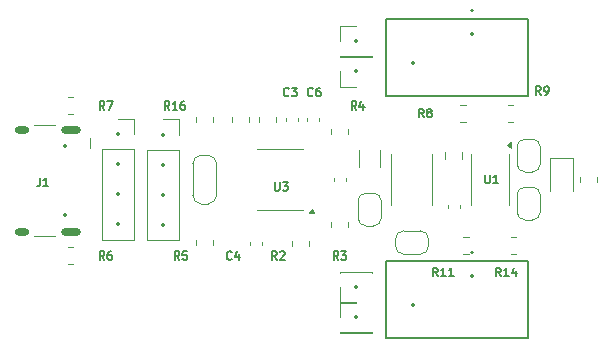
<source format=gto>
%TF.GenerationSoftware,KiCad,Pcbnew,8.0.6*%
%TF.CreationDate,2025-01-03T23:58:44+00:00*%
%TF.ProjectId,Mini_Ammete,4d696e69-5f41-46d6-9d65-74652e6b6963,rev?*%
%TF.SameCoordinates,Original*%
%TF.FileFunction,Legend,Top*%
%TF.FilePolarity,Positive*%
%FSLAX46Y46*%
G04 Gerber Fmt 4.6, Leading zero omitted, Abs format (unit mm)*
G04 Created by KiCad (PCBNEW 8.0.6) date 2025-01-03 23:58:44*
%MOMM*%
%LPD*%
G01*
G04 APERTURE LIST*
%ADD10C,0.150000*%
%ADD11C,0.120000*%
%ADD12C,0.200000*%
%ADD13C,0.127000*%
%ADD14C,0.350000*%
%ADD15O,1.700000X0.600000*%
%ADD16O,1.200000X0.600000*%
G04 APERTURE END LIST*
D10*
X113849999Y-70293033D02*
X113616666Y-69959700D01*
X113449999Y-70293033D02*
X113449999Y-69593033D01*
X113449999Y-69593033D02*
X113716666Y-69593033D01*
X113716666Y-69593033D02*
X113783333Y-69626366D01*
X113783333Y-69626366D02*
X113816666Y-69659700D01*
X113816666Y-69659700D02*
X113849999Y-69726366D01*
X113849999Y-69726366D02*
X113849999Y-69826366D01*
X113849999Y-69826366D02*
X113816666Y-69893033D01*
X113816666Y-69893033D02*
X113783333Y-69926366D01*
X113783333Y-69926366D02*
X113716666Y-69959700D01*
X113716666Y-69959700D02*
X113449999Y-69959700D01*
X114516666Y-70293033D02*
X114116666Y-70293033D01*
X114316666Y-70293033D02*
X114316666Y-69593033D01*
X114316666Y-69593033D02*
X114249999Y-69693033D01*
X114249999Y-69693033D02*
X114183333Y-69759700D01*
X114183333Y-69759700D02*
X114116666Y-69793033D01*
X115116666Y-69593033D02*
X114983333Y-69593033D01*
X114983333Y-69593033D02*
X114916666Y-69626366D01*
X114916666Y-69626366D02*
X114883333Y-69659700D01*
X114883333Y-69659700D02*
X114816666Y-69759700D01*
X114816666Y-69759700D02*
X114783333Y-69893033D01*
X114783333Y-69893033D02*
X114783333Y-70159700D01*
X114783333Y-70159700D02*
X114816666Y-70226366D01*
X114816666Y-70226366D02*
X114850000Y-70259700D01*
X114850000Y-70259700D02*
X114916666Y-70293033D01*
X114916666Y-70293033D02*
X115050000Y-70293033D01*
X115050000Y-70293033D02*
X115116666Y-70259700D01*
X115116666Y-70259700D02*
X115150000Y-70226366D01*
X115150000Y-70226366D02*
X115183333Y-70159700D01*
X115183333Y-70159700D02*
X115183333Y-69993033D01*
X115183333Y-69993033D02*
X115150000Y-69926366D01*
X115150000Y-69926366D02*
X115116666Y-69893033D01*
X115116666Y-69893033D02*
X115050000Y-69859700D01*
X115050000Y-69859700D02*
X114916666Y-69859700D01*
X114916666Y-69859700D02*
X114850000Y-69893033D01*
X114850000Y-69893033D02*
X114816666Y-69926366D01*
X114816666Y-69926366D02*
X114783333Y-69993033D01*
X125994333Y-69083366D02*
X125961000Y-69116700D01*
X125961000Y-69116700D02*
X125861000Y-69150033D01*
X125861000Y-69150033D02*
X125794333Y-69150033D01*
X125794333Y-69150033D02*
X125694333Y-69116700D01*
X125694333Y-69116700D02*
X125627667Y-69050033D01*
X125627667Y-69050033D02*
X125594333Y-68983366D01*
X125594333Y-68983366D02*
X125561000Y-68850033D01*
X125561000Y-68850033D02*
X125561000Y-68750033D01*
X125561000Y-68750033D02*
X125594333Y-68616700D01*
X125594333Y-68616700D02*
X125627667Y-68550033D01*
X125627667Y-68550033D02*
X125694333Y-68483366D01*
X125694333Y-68483366D02*
X125794333Y-68450033D01*
X125794333Y-68450033D02*
X125861000Y-68450033D01*
X125861000Y-68450033D02*
X125961000Y-68483366D01*
X125961000Y-68483366D02*
X125994333Y-68516700D01*
X126594333Y-68450033D02*
X126461000Y-68450033D01*
X126461000Y-68450033D02*
X126394333Y-68483366D01*
X126394333Y-68483366D02*
X126361000Y-68516700D01*
X126361000Y-68516700D02*
X126294333Y-68616700D01*
X126294333Y-68616700D02*
X126261000Y-68750033D01*
X126261000Y-68750033D02*
X126261000Y-69016700D01*
X126261000Y-69016700D02*
X126294333Y-69083366D01*
X126294333Y-69083366D02*
X126327667Y-69116700D01*
X126327667Y-69116700D02*
X126394333Y-69150033D01*
X126394333Y-69150033D02*
X126527667Y-69150033D01*
X126527667Y-69150033D02*
X126594333Y-69116700D01*
X126594333Y-69116700D02*
X126627667Y-69083366D01*
X126627667Y-69083366D02*
X126661000Y-69016700D01*
X126661000Y-69016700D02*
X126661000Y-68850033D01*
X126661000Y-68850033D02*
X126627667Y-68783366D01*
X126627667Y-68783366D02*
X126594333Y-68750033D01*
X126594333Y-68750033D02*
X126527667Y-68716700D01*
X126527667Y-68716700D02*
X126394333Y-68716700D01*
X126394333Y-68716700D02*
X126327667Y-68750033D01*
X126327667Y-68750033D02*
X126294333Y-68783366D01*
X126294333Y-68783366D02*
X126261000Y-68850033D01*
X108341333Y-82993033D02*
X108108000Y-82659700D01*
X107941333Y-82993033D02*
X107941333Y-82293033D01*
X107941333Y-82293033D02*
X108208000Y-82293033D01*
X108208000Y-82293033D02*
X108274667Y-82326366D01*
X108274667Y-82326366D02*
X108308000Y-82359700D01*
X108308000Y-82359700D02*
X108341333Y-82426366D01*
X108341333Y-82426366D02*
X108341333Y-82526366D01*
X108341333Y-82526366D02*
X108308000Y-82593033D01*
X108308000Y-82593033D02*
X108274667Y-82626366D01*
X108274667Y-82626366D02*
X108208000Y-82659700D01*
X108208000Y-82659700D02*
X107941333Y-82659700D01*
X108941333Y-82293033D02*
X108808000Y-82293033D01*
X108808000Y-82293033D02*
X108741333Y-82326366D01*
X108741333Y-82326366D02*
X108708000Y-82359700D01*
X108708000Y-82359700D02*
X108641333Y-82459700D01*
X108641333Y-82459700D02*
X108608000Y-82593033D01*
X108608000Y-82593033D02*
X108608000Y-82859700D01*
X108608000Y-82859700D02*
X108641333Y-82926366D01*
X108641333Y-82926366D02*
X108674667Y-82959700D01*
X108674667Y-82959700D02*
X108741333Y-82993033D01*
X108741333Y-82993033D02*
X108874667Y-82993033D01*
X108874667Y-82993033D02*
X108941333Y-82959700D01*
X108941333Y-82959700D02*
X108974667Y-82926366D01*
X108974667Y-82926366D02*
X109008000Y-82859700D01*
X109008000Y-82859700D02*
X109008000Y-82693033D01*
X109008000Y-82693033D02*
X108974667Y-82626366D01*
X108974667Y-82626366D02*
X108941333Y-82593033D01*
X108941333Y-82593033D02*
X108874667Y-82559700D01*
X108874667Y-82559700D02*
X108741333Y-82559700D01*
X108741333Y-82559700D02*
X108674667Y-82593033D01*
X108674667Y-82593033D02*
X108641333Y-82626366D01*
X108641333Y-82626366D02*
X108608000Y-82693033D01*
X141916999Y-84390033D02*
X141683666Y-84056700D01*
X141516999Y-84390033D02*
X141516999Y-83690033D01*
X141516999Y-83690033D02*
X141783666Y-83690033D01*
X141783666Y-83690033D02*
X141850333Y-83723366D01*
X141850333Y-83723366D02*
X141883666Y-83756700D01*
X141883666Y-83756700D02*
X141916999Y-83823366D01*
X141916999Y-83823366D02*
X141916999Y-83923366D01*
X141916999Y-83923366D02*
X141883666Y-83990033D01*
X141883666Y-83990033D02*
X141850333Y-84023366D01*
X141850333Y-84023366D02*
X141783666Y-84056700D01*
X141783666Y-84056700D02*
X141516999Y-84056700D01*
X142583666Y-84390033D02*
X142183666Y-84390033D01*
X142383666Y-84390033D02*
X142383666Y-83690033D01*
X142383666Y-83690033D02*
X142316999Y-83790033D01*
X142316999Y-83790033D02*
X142250333Y-83856700D01*
X142250333Y-83856700D02*
X142183666Y-83890033D01*
X143183666Y-83923366D02*
X143183666Y-84390033D01*
X143017000Y-83656700D02*
X142850333Y-84156700D01*
X142850333Y-84156700D02*
X143283666Y-84156700D01*
X102890666Y-76070033D02*
X102890666Y-76570033D01*
X102890666Y-76570033D02*
X102857333Y-76670033D01*
X102857333Y-76670033D02*
X102790666Y-76736700D01*
X102790666Y-76736700D02*
X102690666Y-76770033D01*
X102690666Y-76770033D02*
X102624000Y-76770033D01*
X103590666Y-76770033D02*
X103190666Y-76770033D01*
X103390666Y-76770033D02*
X103390666Y-76070033D01*
X103390666Y-76070033D02*
X103323999Y-76170033D01*
X103323999Y-76170033D02*
X103257333Y-76236700D01*
X103257333Y-76236700D02*
X103190666Y-76270033D01*
X136582999Y-84390033D02*
X136349666Y-84056700D01*
X136182999Y-84390033D02*
X136182999Y-83690033D01*
X136182999Y-83690033D02*
X136449666Y-83690033D01*
X136449666Y-83690033D02*
X136516333Y-83723366D01*
X136516333Y-83723366D02*
X136549666Y-83756700D01*
X136549666Y-83756700D02*
X136582999Y-83823366D01*
X136582999Y-83823366D02*
X136582999Y-83923366D01*
X136582999Y-83923366D02*
X136549666Y-83990033D01*
X136549666Y-83990033D02*
X136516333Y-84023366D01*
X136516333Y-84023366D02*
X136449666Y-84056700D01*
X136449666Y-84056700D02*
X136182999Y-84056700D01*
X137249666Y-84390033D02*
X136849666Y-84390033D01*
X137049666Y-84390033D02*
X137049666Y-83690033D01*
X137049666Y-83690033D02*
X136982999Y-83790033D01*
X136982999Y-83790033D02*
X136916333Y-83856700D01*
X136916333Y-83856700D02*
X136849666Y-83890033D01*
X137916333Y-84390033D02*
X137516333Y-84390033D01*
X137716333Y-84390033D02*
X137716333Y-83690033D01*
X137716333Y-83690033D02*
X137649666Y-83790033D01*
X137649666Y-83790033D02*
X137583000Y-83856700D01*
X137583000Y-83856700D02*
X137516333Y-83890033D01*
X119136333Y-82926366D02*
X119103000Y-82959700D01*
X119103000Y-82959700D02*
X119003000Y-82993033D01*
X119003000Y-82993033D02*
X118936333Y-82993033D01*
X118936333Y-82993033D02*
X118836333Y-82959700D01*
X118836333Y-82959700D02*
X118769667Y-82893033D01*
X118769667Y-82893033D02*
X118736333Y-82826366D01*
X118736333Y-82826366D02*
X118703000Y-82693033D01*
X118703000Y-82693033D02*
X118703000Y-82593033D01*
X118703000Y-82593033D02*
X118736333Y-82459700D01*
X118736333Y-82459700D02*
X118769667Y-82393033D01*
X118769667Y-82393033D02*
X118836333Y-82326366D01*
X118836333Y-82326366D02*
X118936333Y-82293033D01*
X118936333Y-82293033D02*
X119003000Y-82293033D01*
X119003000Y-82293033D02*
X119103000Y-82326366D01*
X119103000Y-82326366D02*
X119136333Y-82359700D01*
X119736333Y-82526366D02*
X119736333Y-82993033D01*
X119569667Y-82259700D02*
X119403000Y-82759700D01*
X119403000Y-82759700D02*
X119836333Y-82759700D01*
X122946333Y-82993033D02*
X122713000Y-82659700D01*
X122546333Y-82993033D02*
X122546333Y-82293033D01*
X122546333Y-82293033D02*
X122813000Y-82293033D01*
X122813000Y-82293033D02*
X122879667Y-82326366D01*
X122879667Y-82326366D02*
X122913000Y-82359700D01*
X122913000Y-82359700D02*
X122946333Y-82426366D01*
X122946333Y-82426366D02*
X122946333Y-82526366D01*
X122946333Y-82526366D02*
X122913000Y-82593033D01*
X122913000Y-82593033D02*
X122879667Y-82626366D01*
X122879667Y-82626366D02*
X122813000Y-82659700D01*
X122813000Y-82659700D02*
X122546333Y-82659700D01*
X123213000Y-82359700D02*
X123246333Y-82326366D01*
X123246333Y-82326366D02*
X123313000Y-82293033D01*
X123313000Y-82293033D02*
X123479667Y-82293033D01*
X123479667Y-82293033D02*
X123546333Y-82326366D01*
X123546333Y-82326366D02*
X123579667Y-82359700D01*
X123579667Y-82359700D02*
X123613000Y-82426366D01*
X123613000Y-82426366D02*
X123613000Y-82493033D01*
X123613000Y-82493033D02*
X123579667Y-82593033D01*
X123579667Y-82593033D02*
X123179667Y-82993033D01*
X123179667Y-82993033D02*
X123613000Y-82993033D01*
X135392333Y-70928033D02*
X135159000Y-70594700D01*
X134992333Y-70928033D02*
X134992333Y-70228033D01*
X134992333Y-70228033D02*
X135259000Y-70228033D01*
X135259000Y-70228033D02*
X135325667Y-70261366D01*
X135325667Y-70261366D02*
X135359000Y-70294700D01*
X135359000Y-70294700D02*
X135392333Y-70361366D01*
X135392333Y-70361366D02*
X135392333Y-70461366D01*
X135392333Y-70461366D02*
X135359000Y-70528033D01*
X135359000Y-70528033D02*
X135325667Y-70561366D01*
X135325667Y-70561366D02*
X135259000Y-70594700D01*
X135259000Y-70594700D02*
X134992333Y-70594700D01*
X135792333Y-70528033D02*
X135725667Y-70494700D01*
X135725667Y-70494700D02*
X135692333Y-70461366D01*
X135692333Y-70461366D02*
X135659000Y-70394700D01*
X135659000Y-70394700D02*
X135659000Y-70361366D01*
X135659000Y-70361366D02*
X135692333Y-70294700D01*
X135692333Y-70294700D02*
X135725667Y-70261366D01*
X135725667Y-70261366D02*
X135792333Y-70228033D01*
X135792333Y-70228033D02*
X135925667Y-70228033D01*
X135925667Y-70228033D02*
X135992333Y-70261366D01*
X135992333Y-70261366D02*
X136025667Y-70294700D01*
X136025667Y-70294700D02*
X136059000Y-70361366D01*
X136059000Y-70361366D02*
X136059000Y-70394700D01*
X136059000Y-70394700D02*
X136025667Y-70461366D01*
X136025667Y-70461366D02*
X135992333Y-70494700D01*
X135992333Y-70494700D02*
X135925667Y-70528033D01*
X135925667Y-70528033D02*
X135792333Y-70528033D01*
X135792333Y-70528033D02*
X135725667Y-70561366D01*
X135725667Y-70561366D02*
X135692333Y-70594700D01*
X135692333Y-70594700D02*
X135659000Y-70661366D01*
X135659000Y-70661366D02*
X135659000Y-70794700D01*
X135659000Y-70794700D02*
X135692333Y-70861366D01*
X135692333Y-70861366D02*
X135725667Y-70894700D01*
X135725667Y-70894700D02*
X135792333Y-70928033D01*
X135792333Y-70928033D02*
X135925667Y-70928033D01*
X135925667Y-70928033D02*
X135992333Y-70894700D01*
X135992333Y-70894700D02*
X136025667Y-70861366D01*
X136025667Y-70861366D02*
X136059000Y-70794700D01*
X136059000Y-70794700D02*
X136059000Y-70661366D01*
X136059000Y-70661366D02*
X136025667Y-70594700D01*
X136025667Y-70594700D02*
X135992333Y-70561366D01*
X135992333Y-70561366D02*
X135925667Y-70528033D01*
X128153333Y-82993033D02*
X127920000Y-82659700D01*
X127753333Y-82993033D02*
X127753333Y-82293033D01*
X127753333Y-82293033D02*
X128020000Y-82293033D01*
X128020000Y-82293033D02*
X128086667Y-82326366D01*
X128086667Y-82326366D02*
X128120000Y-82359700D01*
X128120000Y-82359700D02*
X128153333Y-82426366D01*
X128153333Y-82426366D02*
X128153333Y-82526366D01*
X128153333Y-82526366D02*
X128120000Y-82593033D01*
X128120000Y-82593033D02*
X128086667Y-82626366D01*
X128086667Y-82626366D02*
X128020000Y-82659700D01*
X128020000Y-82659700D02*
X127753333Y-82659700D01*
X128386667Y-82293033D02*
X128820000Y-82293033D01*
X128820000Y-82293033D02*
X128586667Y-82559700D01*
X128586667Y-82559700D02*
X128686667Y-82559700D01*
X128686667Y-82559700D02*
X128753333Y-82593033D01*
X128753333Y-82593033D02*
X128786667Y-82626366D01*
X128786667Y-82626366D02*
X128820000Y-82693033D01*
X128820000Y-82693033D02*
X128820000Y-82859700D01*
X128820000Y-82859700D02*
X128786667Y-82926366D01*
X128786667Y-82926366D02*
X128753333Y-82959700D01*
X128753333Y-82959700D02*
X128686667Y-82993033D01*
X128686667Y-82993033D02*
X128486667Y-82993033D01*
X128486667Y-82993033D02*
X128420000Y-82959700D01*
X128420000Y-82959700D02*
X128386667Y-82926366D01*
X108341333Y-70293033D02*
X108108000Y-69959700D01*
X107941333Y-70293033D02*
X107941333Y-69593033D01*
X107941333Y-69593033D02*
X108208000Y-69593033D01*
X108208000Y-69593033D02*
X108274667Y-69626366D01*
X108274667Y-69626366D02*
X108308000Y-69659700D01*
X108308000Y-69659700D02*
X108341333Y-69726366D01*
X108341333Y-69726366D02*
X108341333Y-69826366D01*
X108341333Y-69826366D02*
X108308000Y-69893033D01*
X108308000Y-69893033D02*
X108274667Y-69926366D01*
X108274667Y-69926366D02*
X108208000Y-69959700D01*
X108208000Y-69959700D02*
X107941333Y-69959700D01*
X108574667Y-69593033D02*
X109041333Y-69593033D01*
X109041333Y-69593033D02*
X108741333Y-70293033D01*
X140563666Y-75816033D02*
X140563666Y-76382700D01*
X140563666Y-76382700D02*
X140597000Y-76449366D01*
X140597000Y-76449366D02*
X140630333Y-76482700D01*
X140630333Y-76482700D02*
X140697000Y-76516033D01*
X140697000Y-76516033D02*
X140830333Y-76516033D01*
X140830333Y-76516033D02*
X140897000Y-76482700D01*
X140897000Y-76482700D02*
X140930333Y-76449366D01*
X140930333Y-76449366D02*
X140963666Y-76382700D01*
X140963666Y-76382700D02*
X140963666Y-75816033D01*
X141663666Y-76516033D02*
X141263666Y-76516033D01*
X141463666Y-76516033D02*
X141463666Y-75816033D01*
X141463666Y-75816033D02*
X141396999Y-75916033D01*
X141396999Y-75916033D02*
X141330333Y-75982700D01*
X141330333Y-75982700D02*
X141263666Y-76016033D01*
X129677333Y-70293033D02*
X129444000Y-69959700D01*
X129277333Y-70293033D02*
X129277333Y-69593033D01*
X129277333Y-69593033D02*
X129544000Y-69593033D01*
X129544000Y-69593033D02*
X129610667Y-69626366D01*
X129610667Y-69626366D02*
X129644000Y-69659700D01*
X129644000Y-69659700D02*
X129677333Y-69726366D01*
X129677333Y-69726366D02*
X129677333Y-69826366D01*
X129677333Y-69826366D02*
X129644000Y-69893033D01*
X129644000Y-69893033D02*
X129610667Y-69926366D01*
X129610667Y-69926366D02*
X129544000Y-69959700D01*
X129544000Y-69959700D02*
X129277333Y-69959700D01*
X130277333Y-69826366D02*
X130277333Y-70293033D01*
X130110667Y-69559700D02*
X129944000Y-70059700D01*
X129944000Y-70059700D02*
X130377333Y-70059700D01*
X123962333Y-69083366D02*
X123929000Y-69116700D01*
X123929000Y-69116700D02*
X123829000Y-69150033D01*
X123829000Y-69150033D02*
X123762333Y-69150033D01*
X123762333Y-69150033D02*
X123662333Y-69116700D01*
X123662333Y-69116700D02*
X123595667Y-69050033D01*
X123595667Y-69050033D02*
X123562333Y-68983366D01*
X123562333Y-68983366D02*
X123529000Y-68850033D01*
X123529000Y-68850033D02*
X123529000Y-68750033D01*
X123529000Y-68750033D02*
X123562333Y-68616700D01*
X123562333Y-68616700D02*
X123595667Y-68550033D01*
X123595667Y-68550033D02*
X123662333Y-68483366D01*
X123662333Y-68483366D02*
X123762333Y-68450033D01*
X123762333Y-68450033D02*
X123829000Y-68450033D01*
X123829000Y-68450033D02*
X123929000Y-68483366D01*
X123929000Y-68483366D02*
X123962333Y-68516700D01*
X124195667Y-68450033D02*
X124629000Y-68450033D01*
X124629000Y-68450033D02*
X124395667Y-68716700D01*
X124395667Y-68716700D02*
X124495667Y-68716700D01*
X124495667Y-68716700D02*
X124562333Y-68750033D01*
X124562333Y-68750033D02*
X124595667Y-68783366D01*
X124595667Y-68783366D02*
X124629000Y-68850033D01*
X124629000Y-68850033D02*
X124629000Y-69016700D01*
X124629000Y-69016700D02*
X124595667Y-69083366D01*
X124595667Y-69083366D02*
X124562333Y-69116700D01*
X124562333Y-69116700D02*
X124495667Y-69150033D01*
X124495667Y-69150033D02*
X124295667Y-69150033D01*
X124295667Y-69150033D02*
X124229000Y-69116700D01*
X124229000Y-69116700D02*
X124195667Y-69083366D01*
X145298333Y-69023033D02*
X145065000Y-68689700D01*
X144898333Y-69023033D02*
X144898333Y-68323033D01*
X144898333Y-68323033D02*
X145165000Y-68323033D01*
X145165000Y-68323033D02*
X145231667Y-68356366D01*
X145231667Y-68356366D02*
X145265000Y-68389700D01*
X145265000Y-68389700D02*
X145298333Y-68456366D01*
X145298333Y-68456366D02*
X145298333Y-68556366D01*
X145298333Y-68556366D02*
X145265000Y-68623033D01*
X145265000Y-68623033D02*
X145231667Y-68656366D01*
X145231667Y-68656366D02*
X145165000Y-68689700D01*
X145165000Y-68689700D02*
X144898333Y-68689700D01*
X145631667Y-69023033D02*
X145765000Y-69023033D01*
X145765000Y-69023033D02*
X145831667Y-68989700D01*
X145831667Y-68989700D02*
X145865000Y-68956366D01*
X145865000Y-68956366D02*
X145931667Y-68856366D01*
X145931667Y-68856366D02*
X145965000Y-68723033D01*
X145965000Y-68723033D02*
X145965000Y-68456366D01*
X145965000Y-68456366D02*
X145931667Y-68389700D01*
X145931667Y-68389700D02*
X145898333Y-68356366D01*
X145898333Y-68356366D02*
X145831667Y-68323033D01*
X145831667Y-68323033D02*
X145698333Y-68323033D01*
X145698333Y-68323033D02*
X145631667Y-68356366D01*
X145631667Y-68356366D02*
X145598333Y-68389700D01*
X145598333Y-68389700D02*
X145565000Y-68456366D01*
X145565000Y-68456366D02*
X145565000Y-68623033D01*
X145565000Y-68623033D02*
X145598333Y-68689700D01*
X145598333Y-68689700D02*
X145631667Y-68723033D01*
X145631667Y-68723033D02*
X145698333Y-68756366D01*
X145698333Y-68756366D02*
X145831667Y-68756366D01*
X145831667Y-68756366D02*
X145898333Y-68723033D01*
X145898333Y-68723033D02*
X145931667Y-68689700D01*
X145931667Y-68689700D02*
X145965000Y-68623033D01*
X114691333Y-82993033D02*
X114458000Y-82659700D01*
X114291333Y-82993033D02*
X114291333Y-82293033D01*
X114291333Y-82293033D02*
X114558000Y-82293033D01*
X114558000Y-82293033D02*
X114624667Y-82326366D01*
X114624667Y-82326366D02*
X114658000Y-82359700D01*
X114658000Y-82359700D02*
X114691333Y-82426366D01*
X114691333Y-82426366D02*
X114691333Y-82526366D01*
X114691333Y-82526366D02*
X114658000Y-82593033D01*
X114658000Y-82593033D02*
X114624667Y-82626366D01*
X114624667Y-82626366D02*
X114558000Y-82659700D01*
X114558000Y-82659700D02*
X114291333Y-82659700D01*
X115324667Y-82293033D02*
X114991333Y-82293033D01*
X114991333Y-82293033D02*
X114958000Y-82626366D01*
X114958000Y-82626366D02*
X114991333Y-82593033D01*
X114991333Y-82593033D02*
X115058000Y-82559700D01*
X115058000Y-82559700D02*
X115224667Y-82559700D01*
X115224667Y-82559700D02*
X115291333Y-82593033D01*
X115291333Y-82593033D02*
X115324667Y-82626366D01*
X115324667Y-82626366D02*
X115358000Y-82693033D01*
X115358000Y-82693033D02*
X115358000Y-82859700D01*
X115358000Y-82859700D02*
X115324667Y-82926366D01*
X115324667Y-82926366D02*
X115291333Y-82959700D01*
X115291333Y-82959700D02*
X115224667Y-82993033D01*
X115224667Y-82993033D02*
X115058000Y-82993033D01*
X115058000Y-82993033D02*
X114991333Y-82959700D01*
X114991333Y-82959700D02*
X114958000Y-82926366D01*
X122783666Y-76451033D02*
X122783666Y-77017700D01*
X122783666Y-77017700D02*
X122817000Y-77084366D01*
X122817000Y-77084366D02*
X122850333Y-77117700D01*
X122850333Y-77117700D02*
X122917000Y-77151033D01*
X122917000Y-77151033D02*
X123050333Y-77151033D01*
X123050333Y-77151033D02*
X123117000Y-77117700D01*
X123117000Y-77117700D02*
X123150333Y-77084366D01*
X123150333Y-77084366D02*
X123183666Y-77017700D01*
X123183666Y-77017700D02*
X123183666Y-76451033D01*
X123450333Y-76451033D02*
X123883666Y-76451033D01*
X123883666Y-76451033D02*
X123650333Y-76717700D01*
X123650333Y-76717700D02*
X123750333Y-76717700D01*
X123750333Y-76717700D02*
X123816999Y-76751033D01*
X123816999Y-76751033D02*
X123850333Y-76784366D01*
X123850333Y-76784366D02*
X123883666Y-76851033D01*
X123883666Y-76851033D02*
X123883666Y-77017700D01*
X123883666Y-77017700D02*
X123850333Y-77084366D01*
X123850333Y-77084366D02*
X123816999Y-77117700D01*
X123816999Y-77117700D02*
X123750333Y-77151033D01*
X123750333Y-77151033D02*
X123550333Y-77151033D01*
X123550333Y-77151033D02*
X123483666Y-77117700D01*
X123483666Y-77117700D02*
X123450333Y-77084366D01*
D11*
%TO.C,J9*%
X128320000Y-86554000D02*
X129650000Y-86554000D01*
X128320000Y-87884000D02*
X128320000Y-86554000D01*
X128320000Y-89154000D02*
X128320000Y-89214000D01*
X128320000Y-89154000D02*
X130980000Y-89154000D01*
X128320000Y-89214000D02*
X130980000Y-89214000D01*
X130980000Y-89154000D02*
X130980000Y-89214000D01*
%TO.C,J8*%
X128320000Y-63186000D02*
X129650000Y-63186000D01*
X128320000Y-64516000D02*
X128320000Y-63186000D01*
X128320000Y-65786000D02*
X128320000Y-65846000D01*
X128320000Y-65786000D02*
X130980000Y-65786000D01*
X128320000Y-65846000D02*
X130980000Y-65846000D01*
X130980000Y-65786000D02*
X130980000Y-65846000D01*
D12*
%TO.C,J7*%
X139576000Y-82371000D02*
G75*
G02*
X139376000Y-82371000I-100000J0D01*
G01*
X139376000Y-82371000D02*
G75*
G02*
X139576000Y-82371000I100000J0D01*
G01*
D13*
X132176000Y-89618000D02*
X144176000Y-89618000D01*
X132176000Y-83118000D02*
X132176000Y-89618000D01*
X144176000Y-83118000D02*
X132176000Y-83118000D01*
X144176000Y-89618000D02*
X144176000Y-83118000D01*
D11*
%TO.C,R16*%
X117575000Y-71347064D02*
X117575000Y-70892936D01*
X116105000Y-71347064D02*
X116105000Y-70892936D01*
%TO.C,R13*%
X119153000Y-70892936D02*
X119153000Y-71347064D01*
X120623000Y-70892936D02*
X120623000Y-71347064D01*
%TO.C,JP5*%
X116540000Y-74150000D02*
X117140000Y-74150000D01*
X117840000Y-74800000D02*
X117840000Y-77600000D01*
X115840000Y-77600000D02*
X115840000Y-74800000D01*
X117140000Y-78250000D02*
X116540000Y-78250000D01*
X117140000Y-74150000D02*
G75*
G02*
X117840000Y-74850000I1J-699999D01*
G01*
X115840000Y-74850000D02*
G75*
G02*
X116540000Y-74150000I699999J1D01*
G01*
X117840000Y-77550000D02*
G75*
G02*
X117140000Y-78250000I-700000J0D01*
G01*
X116540000Y-78250000D02*
G75*
G02*
X115840000Y-77550000I0J700000D01*
G01*
%TO.C,C6*%
X124716000Y-70973733D02*
X124716000Y-71266267D01*
X123696000Y-70973733D02*
X123696000Y-71266267D01*
%TO.C,R6*%
X105694064Y-83381000D02*
X105239936Y-83381000D01*
X105694064Y-81911000D02*
X105239936Y-81911000D01*
%TO.C,R14*%
X143229064Y-82523000D02*
X142774936Y-82523000D01*
X143229064Y-81053000D02*
X142774936Y-81053000D01*
%TO.C,JP3*%
X129810000Y-78040000D02*
G75*
G02*
X130510000Y-77340000I699999J1D01*
G01*
X130510000Y-80140000D02*
G75*
G02*
X129810000Y-79440000I0J700000D01*
G01*
X131110000Y-77340000D02*
G75*
G02*
X131810000Y-78040000I1J-699999D01*
G01*
X131810000Y-79440000D02*
G75*
G02*
X131110000Y-80140000I-700000J0D01*
G01*
X129810000Y-79440000D02*
X129810000Y-78040000D01*
X130510000Y-77340000D02*
X131110000Y-77340000D01*
X131110000Y-80140000D02*
X130510000Y-80140000D01*
X131810000Y-78040000D02*
X131810000Y-79440000D01*
%TO.C,J1*%
X104201000Y-71596000D02*
X102421000Y-71596000D01*
X104201000Y-80996000D02*
X102421000Y-80996000D01*
X107121000Y-73496000D02*
X107121000Y-72696000D01*
%TO.C,R11*%
X139181064Y-81053000D02*
X138726936Y-81053000D01*
X139181064Y-82523000D02*
X138726936Y-82523000D01*
%TO.C,J5*%
X128320000Y-65846000D02*
X128320000Y-65726000D01*
X128320000Y-68386000D02*
X128320000Y-67056000D01*
X129650000Y-68386000D02*
X128320000Y-68386000D01*
X130980000Y-65726000D02*
X128320000Y-65726000D01*
X130980000Y-65846000D02*
X130980000Y-65726000D01*
%TO.C,C4*%
X121668000Y-81780767D02*
X121668000Y-81488233D01*
X120648000Y-81780767D02*
X120648000Y-81488233D01*
%TO.C,R2*%
X125703000Y-81407436D02*
X125703000Y-81861564D01*
X124233000Y-81407436D02*
X124233000Y-81861564D01*
%TO.C,R8*%
X138472936Y-71347000D02*
X138927064Y-71347000D01*
X138472936Y-69877000D02*
X138927064Y-69877000D01*
%TO.C,JP2*%
X135089871Y-80534000D02*
G75*
G02*
X135789871Y-81234000I1J-699999D01*
G01*
X132989871Y-81234000D02*
G75*
G02*
X133689871Y-80534000I700000J0D01*
G01*
X135789871Y-81834000D02*
G75*
G02*
X135089871Y-82534000I-699999J-1D01*
G01*
X133689871Y-82534000D02*
G75*
G02*
X132989871Y-81834000I0J700000D01*
G01*
X133689871Y-80534000D02*
X135089871Y-80534000D01*
X135789871Y-81234000D02*
X135789871Y-81834000D01*
X132989871Y-81834000D02*
X132989871Y-81234000D01*
X135089871Y-82534000D02*
X133689871Y-82534000D01*
%TO.C,R3*%
X127535000Y-80237064D02*
X127535000Y-79782936D01*
X129005000Y-80237064D02*
X129005000Y-79782936D01*
%TO.C,J2*%
X114639000Y-73670000D02*
X114639000Y-81350000D01*
X114639000Y-71070000D02*
X114639000Y-72400000D01*
X113309000Y-71070000D02*
X114639000Y-71070000D01*
X111979000Y-81350000D02*
X114639000Y-81350000D01*
X111979000Y-73670000D02*
X114639000Y-73670000D01*
X111979000Y-73670000D02*
X111979000Y-81350000D01*
%TO.C,J4*%
X130980000Y-84134000D02*
X130980000Y-84014000D01*
X130980000Y-84014000D02*
X128320000Y-84014000D01*
X129650000Y-86674000D02*
X128320000Y-86674000D01*
X128320000Y-86674000D02*
X128320000Y-85344000D01*
X128320000Y-84134000D02*
X128320000Y-84014000D01*
%TO.C,C5*%
X128780000Y-76346267D02*
X128780000Y-76053733D01*
X127760000Y-76346267D02*
X127760000Y-76053733D01*
%TO.C,C1*%
X137187000Y-74429252D02*
X137187000Y-73906748D01*
X138657000Y-74429252D02*
X138657000Y-73906748D01*
%TO.C,R7*%
X105694064Y-70681000D02*
X105239936Y-70681000D01*
X105694064Y-69211000D02*
X105239936Y-69211000D01*
%TO.C,J3*%
X108169000Y-73650000D02*
X108169000Y-81330000D01*
X108169000Y-73650000D02*
X110829000Y-73650000D01*
X108169000Y-81330000D02*
X110829000Y-81330000D01*
X109499000Y-71050000D02*
X110829000Y-71050000D01*
X110829000Y-71050000D02*
X110829000Y-72380000D01*
X110829000Y-73650000D02*
X110829000Y-81330000D01*
%TO.C,JP4*%
X143272000Y-77532000D02*
G75*
G02*
X143972000Y-76832000I699999J1D01*
G01*
X143972000Y-79632000D02*
G75*
G02*
X143272000Y-78932000I0J700000D01*
G01*
X144572000Y-76832000D02*
G75*
G02*
X145272000Y-77532000I1J-699999D01*
G01*
X145272000Y-78932000D02*
G75*
G02*
X144572000Y-79632000I-700000J0D01*
G01*
X143272000Y-78932000D02*
X143272000Y-77532000D01*
X143972000Y-76832000D02*
X144572000Y-76832000D01*
X144572000Y-79632000D02*
X143972000Y-79632000D01*
X145272000Y-77532000D02*
X145272000Y-78932000D01*
%TO.C,U1*%
X142735000Y-73540000D02*
X142405000Y-73300000D01*
X142735000Y-73060000D01*
X142735000Y-73540000D01*
G36*
X142735000Y-73540000D02*
G01*
X142405000Y-73300000D01*
X142735000Y-73060000D01*
X142735000Y-73540000D01*
G37*
X139360000Y-76200000D02*
X139360000Y-74000000D01*
X139360000Y-76200000D02*
X139360000Y-78400000D01*
X142580000Y-76200000D02*
X142580000Y-74000000D01*
X142580000Y-76200000D02*
X142580000Y-78400000D01*
%TO.C,R4*%
X127535000Y-71908936D02*
X127535000Y-72363064D01*
X129005000Y-71908936D02*
X129005000Y-72363064D01*
%TO.C,R1*%
X136076000Y-78377064D02*
X136076000Y-74022936D01*
X132656000Y-78377064D02*
X132656000Y-74022936D01*
%TO.C,C3*%
X125474000Y-71266267D02*
X125474000Y-70973733D01*
X126494000Y-71266267D02*
X126494000Y-70973733D01*
%TO.C,D1*%
X146106000Y-74340000D02*
X146106000Y-77200000D01*
X148026000Y-74340000D02*
X146106000Y-74340000D01*
X148026000Y-77200000D02*
X148026000Y-74340000D01*
%TO.C,R12*%
X150087000Y-76427064D02*
X150087000Y-75972936D01*
X148617000Y-76427064D02*
X148617000Y-75972936D01*
%TO.C,R9*%
X142975064Y-69877000D02*
X142520936Y-69877000D01*
X142975064Y-71347000D02*
X142520936Y-71347000D01*
%TO.C,C2*%
X137412000Y-78339733D02*
X137412000Y-78632267D01*
X138432000Y-78339733D02*
X138432000Y-78632267D01*
%TO.C,R5*%
X117575000Y-81306936D02*
X117575000Y-81761064D01*
X116105000Y-81306936D02*
X116105000Y-81761064D01*
%TO.C,R15*%
X121439000Y-71347064D02*
X121439000Y-70892936D01*
X122909000Y-71347064D02*
X122909000Y-70892936D01*
%TO.C,R10*%
X129900000Y-75149064D02*
X129900000Y-73694936D01*
X131720000Y-75149064D02*
X131720000Y-73694936D01*
%TO.C,U3*%
X126130000Y-78995000D02*
X125650000Y-78995000D01*
X125890000Y-78665000D01*
X126130000Y-78995000D01*
G36*
X126130000Y-78995000D02*
G01*
X125650000Y-78995000D01*
X125890000Y-78665000D01*
X126130000Y-78995000D01*
G37*
X123190000Y-73640000D02*
X121240000Y-73640000D01*
X123190000Y-73640000D02*
X125140000Y-73640000D01*
X123190000Y-78760000D02*
X121240000Y-78760000D01*
X123190000Y-78760000D02*
X125140000Y-78760000D01*
%TO.C,JP1*%
X143272000Y-74868000D02*
X143272000Y-73468000D01*
X143972000Y-72768000D02*
X144572000Y-72768000D01*
X144572000Y-75568000D02*
X143972000Y-75568000D01*
X145272000Y-73468000D02*
X145272000Y-74868000D01*
X143272000Y-73468000D02*
G75*
G02*
X143972000Y-72768000I700000J0D01*
G01*
X143972000Y-75568000D02*
G75*
G02*
X143272000Y-74868000I-1J699999D01*
G01*
X144572000Y-72768000D02*
G75*
G02*
X145272000Y-73468000I0J-700000D01*
G01*
X145272000Y-74868000D02*
G75*
G02*
X144572000Y-75568000I-699999J-1D01*
G01*
D12*
%TO.C,J6*%
X139576000Y-61871000D02*
G75*
G02*
X139376000Y-61871000I-100000J0D01*
G01*
X139376000Y-61871000D02*
G75*
G02*
X139576000Y-61871000I100000J0D01*
G01*
D13*
X132176000Y-69118000D02*
X144176000Y-69118000D01*
X132176000Y-62618000D02*
X132176000Y-69118000D01*
X144176000Y-62618000D02*
X132176000Y-62618000D01*
X144176000Y-69118000D02*
X144176000Y-62618000D01*
%TD*%
D14*
X129650000Y-87884000D03*
X129650000Y-64516000D03*
X134476000Y-86868000D03*
X139476000Y-84368000D03*
X105026000Y-73406000D03*
X105026000Y-79186000D03*
D15*
X105526000Y-71976000D03*
D16*
X101346000Y-71976000D03*
D15*
X105526000Y-80616000D03*
D16*
X101346000Y-80616000D03*
D14*
X129650000Y-67056000D03*
X113309000Y-72400000D03*
X113309000Y-74940000D03*
X113309000Y-77480000D03*
X113309000Y-80020000D03*
X129650000Y-85344000D03*
X109499000Y-72380000D03*
X109499000Y-74920000D03*
X109499000Y-77460000D03*
X109499000Y-80000000D03*
X134476000Y-66368000D03*
X139476000Y-63868000D03*
M02*

</source>
